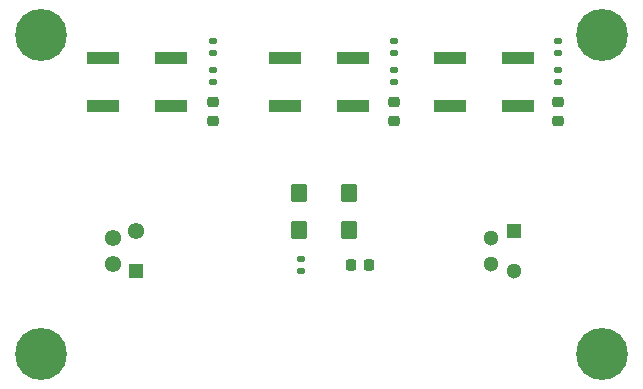
<source format=gts>
G04 #@! TF.GenerationSoftware,KiCad,Pcbnew,9.0.4*
G04 #@! TF.CreationDate,2025-12-23T06:35:07-05:00*
G04 #@! TF.ProjectId,main_board_peripheral_v2,6d61696e-5f62-46f6-9172-645f70657269,rev?*
G04 #@! TF.SameCoordinates,Original*
G04 #@! TF.FileFunction,Soldermask,Top*
G04 #@! TF.FilePolarity,Negative*
%FSLAX46Y46*%
G04 Gerber Fmt 4.6, Leading zero omitted, Abs format (unit mm)*
G04 Created by KiCad (PCBNEW 9.0.4) date 2025-12-23 06:35:07*
%MOMM*%
%LPD*%
G01*
G04 APERTURE LIST*
G04 Aperture macros list*
%AMRoundRect*
0 Rectangle with rounded corners*
0 $1 Rounding radius*
0 $2 $3 $4 $5 $6 $7 $8 $9 X,Y pos of 4 corners*
0 Add a 4 corners polygon primitive as box body*
4,1,4,$2,$3,$4,$5,$6,$7,$8,$9,$2,$3,0*
0 Add four circle primitives for the rounded corners*
1,1,$1+$1,$2,$3*
1,1,$1+$1,$4,$5*
1,1,$1+$1,$6,$7*
1,1,$1+$1,$8,$9*
0 Add four rect primitives between the rounded corners*
20,1,$1+$1,$2,$3,$4,$5,0*
20,1,$1+$1,$4,$5,$6,$7,0*
20,1,$1+$1,$6,$7,$8,$9,0*
20,1,$1+$1,$8,$9,$2,$3,0*%
G04 Aperture macros list end*
%ADD10R,2.800000X1.000000*%
%ADD11RoundRect,0.135000X-0.185000X0.135000X-0.185000X-0.135000X0.185000X-0.135000X0.185000X0.135000X0*%
%ADD12C,4.400000*%
%ADD13RoundRect,0.102000X0.600000X0.650000X-0.600000X0.650000X-0.600000X-0.650000X0.600000X-0.650000X0*%
%ADD14R,1.300000X1.300000*%
%ADD15C,1.381000*%
%ADD16RoundRect,0.225000X-0.250000X0.225000X-0.250000X-0.225000X0.250000X-0.225000X0.250000X0.225000X0*%
%ADD17RoundRect,0.135000X0.185000X-0.135000X0.185000X0.135000X-0.185000X0.135000X-0.185000X-0.135000X0*%
%ADD18RoundRect,0.225000X-0.225000X-0.250000X0.225000X-0.250000X0.225000X0.250000X-0.225000X0.250000X0*%
%ADD19C,1.300000*%
G04 APERTURE END LIST*
D10*
X131400000Y-83000000D03*
X125600000Y-83000000D03*
X131400000Y-79000000D03*
X125600000Y-79000000D03*
D11*
X120900000Y-79990000D03*
X120900000Y-81010000D03*
D10*
X117400000Y-83000000D03*
X111600000Y-83000000D03*
X117400000Y-79000000D03*
X111600000Y-79000000D03*
D12*
X91000000Y-104000000D03*
X138500000Y-104000000D03*
D13*
X112830000Y-90350000D03*
X112830000Y-93550000D03*
X117030000Y-93550000D03*
X117030000Y-90350000D03*
D14*
X99000000Y-97000000D03*
D15*
X97050000Y-96375000D03*
X99000000Y-93600000D03*
X97050000Y-94225000D03*
D16*
X120900000Y-82725000D03*
X120900000Y-84275000D03*
D12*
X138500000Y-77000000D03*
D17*
X113000000Y-97010000D03*
X113000000Y-95990000D03*
D12*
X91000000Y-77000000D03*
D18*
X117225000Y-96500000D03*
X118775000Y-96500000D03*
D10*
X102000000Y-83000000D03*
X96200000Y-83000000D03*
X102000000Y-79000000D03*
X96200000Y-79000000D03*
D11*
X134750000Y-79990000D03*
X134750000Y-81010000D03*
D16*
X134750000Y-82725000D03*
X134750000Y-84275000D03*
D11*
X105500000Y-79990000D03*
X105500000Y-81010000D03*
X120900000Y-77490000D03*
X120900000Y-78510000D03*
X105500000Y-77490000D03*
X105500000Y-78510000D03*
D16*
X105500000Y-82725000D03*
X105500000Y-84275000D03*
D11*
X134750000Y-77490000D03*
X134750000Y-78510000D03*
D14*
X131000000Y-93600000D03*
D19*
X129050000Y-94225000D03*
X131000000Y-97000000D03*
X129050000Y-96375000D03*
M02*

</source>
